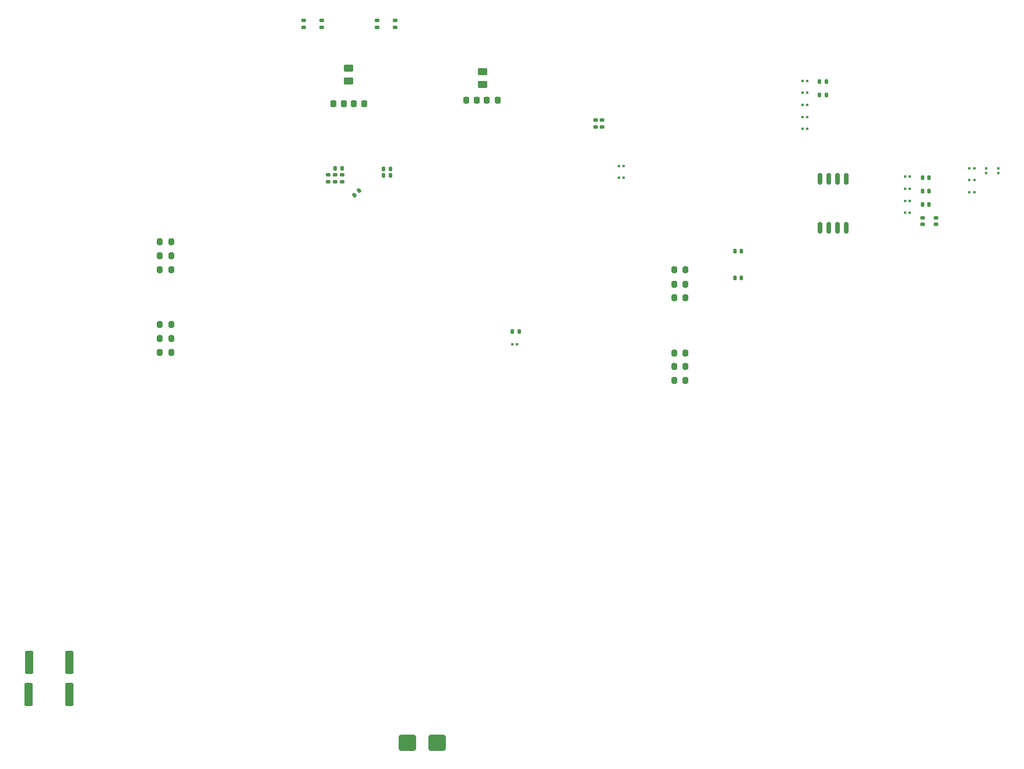
<source format=gbr>
%TF.GenerationSoftware,KiCad,Pcbnew,9.0.2-9-g92f6307ebb*%
%TF.CreationDate,2025-06-20T01:42:08+08:00*%
%TF.ProjectId,HPM5E31_ECatDualFOC,48504d35-4533-4315-9f45-436174447561,rev?*%
%TF.SameCoordinates,Original*%
%TF.FileFunction,Paste,Bot*%
%TF.FilePolarity,Positive*%
%FSLAX46Y46*%
G04 Gerber Fmt 4.6, Leading zero omitted, Abs format (unit mm)*
G04 Created by KiCad (PCBNEW 9.0.2-9-g92f6307ebb) date 2025-06-20 01:42:08*
%MOMM*%
%LPD*%
G01*
G04 APERTURE LIST*
G04 Aperture macros list*
%AMRoundRect*
0 Rectangle with rounded corners*
0 $1 Rounding radius*
0 $2 $3 $4 $5 $6 $7 $8 $9 X,Y pos of 4 corners*
0 Add a 4 corners polygon primitive as box body*
4,1,4,$2,$3,$4,$5,$6,$7,$8,$9,$2,$3,0*
0 Add four circle primitives for the rounded corners*
1,1,$1+$1,$2,$3*
1,1,$1+$1,$4,$5*
1,1,$1+$1,$6,$7*
1,1,$1+$1,$8,$9*
0 Add four rect primitives between the rounded corners*
20,1,$1+$1,$2,$3,$4,$5,0*
20,1,$1+$1,$4,$5,$6,$7,0*
20,1,$1+$1,$6,$7,$8,$9,0*
20,1,$1+$1,$8,$9,$2,$3,0*%
G04 Aperture macros list end*
%ADD10RoundRect,0.079500X-0.079500X-0.100500X0.079500X-0.100500X0.079500X0.100500X-0.079500X0.100500X0*%
%ADD11RoundRect,0.225000X0.225000X0.250000X-0.225000X0.250000X-0.225000X-0.250000X0.225000X-0.250000X0*%
%ADD12RoundRect,0.162500X-0.162500X0.650000X-0.162500X-0.650000X0.162500X-0.650000X0.162500X0.650000X0*%
%ADD13RoundRect,0.079500X0.079500X0.100500X-0.079500X0.100500X-0.079500X-0.100500X0.079500X-0.100500X0*%
%ADD14RoundRect,0.135000X-0.185000X0.135000X-0.185000X-0.135000X0.185000X-0.135000X0.185000X0.135000X0*%
%ADD15RoundRect,0.200000X-0.200000X-0.275000X0.200000X-0.275000X0.200000X0.275000X-0.200000X0.275000X0*%
%ADD16RoundRect,0.135000X0.185000X-0.135000X0.185000X0.135000X-0.185000X0.135000X-0.185000X-0.135000X0*%
%ADD17RoundRect,0.250000X-0.362500X-1.425000X0.362500X-1.425000X0.362500X1.425000X-0.362500X1.425000X0*%
%ADD18RoundRect,0.200000X0.200000X0.275000X-0.200000X0.275000X-0.200000X-0.275000X0.200000X-0.275000X0*%
%ADD19RoundRect,0.140000X-0.140000X-0.170000X0.140000X-0.170000X0.140000X0.170000X-0.140000X0.170000X0*%
%ADD20RoundRect,0.147500X-0.172500X0.147500X-0.172500X-0.147500X0.172500X-0.147500X0.172500X0.147500X0*%
%ADD21RoundRect,0.079500X-0.100500X0.079500X-0.100500X-0.079500X0.100500X-0.079500X0.100500X0.079500X0*%
%ADD22RoundRect,0.140000X-0.170000X0.140000X-0.170000X-0.140000X0.170000X-0.140000X0.170000X0.140000X0*%
%ADD23RoundRect,0.140000X0.021213X-0.219203X0.219203X-0.021213X-0.021213X0.219203X-0.219203X0.021213X0*%
%ADD24RoundRect,0.140000X0.140000X0.170000X-0.140000X0.170000X-0.140000X-0.170000X0.140000X-0.170000X0*%
%ADD25RoundRect,0.140000X0.170000X-0.140000X0.170000X0.140000X-0.170000X0.140000X-0.170000X-0.140000X0*%
%ADD26RoundRect,0.225000X-0.225000X-0.250000X0.225000X-0.250000X0.225000X0.250000X-0.225000X0.250000X0*%
%ADD27RoundRect,0.147500X-0.147500X-0.172500X0.147500X-0.172500X0.147500X0.172500X-0.147500X0.172500X0*%
%ADD28RoundRect,0.250000X1.000000X0.900000X-1.000000X0.900000X-1.000000X-0.900000X1.000000X-0.900000X0*%
%ADD29RoundRect,0.250000X-0.450000X0.262500X-0.450000X-0.262500X0.450000X-0.262500X0.450000X0.262500X0*%
%ADD30RoundRect,0.079500X0.100500X-0.079500X0.100500X0.079500X-0.100500X0.079500X-0.100500X-0.079500X0*%
G04 APERTURE END LIST*
D10*
%TO.C,C10*%
X132860000Y-89250000D03*
X133550000Y-89250000D03*
%TD*%
D11*
%TO.C,C123*%
X92940000Y-78450000D03*
X91390000Y-78450000D03*
%TD*%
D10*
%TO.C,C5*%
X159500000Y-82150000D03*
X160190000Y-82150000D03*
%TD*%
D12*
%TO.C,U9*%
X162095000Y-89362500D03*
X163365000Y-89362500D03*
X164635000Y-89362500D03*
X165905000Y-89362500D03*
X165905000Y-96537500D03*
X164635000Y-96537500D03*
X163365000Y-96537500D03*
X162095000Y-96537500D03*
%TD*%
D13*
%TO.C,C4*%
X160190000Y-80400000D03*
X159500000Y-80400000D03*
%TD*%
D10*
%TO.C,C18*%
X174425000Y-92580000D03*
X175115000Y-92580000D03*
%TD*%
D14*
%TO.C,R9*%
X129450000Y-80840000D03*
X129450000Y-81860000D03*
%TD*%
D15*
%TO.C,R79*%
X66175000Y-102580000D03*
X67825000Y-102580000D03*
%TD*%
D16*
%TO.C,R99*%
X97740000Y-67360000D03*
X97740000Y-66340000D03*
%TD*%
D17*
%TO.C,R57*%
X47100000Y-164300000D03*
X53025000Y-164300000D03*
%TD*%
D18*
%TO.C,R86*%
X142512500Y-118678400D03*
X140862500Y-118678400D03*
%TD*%
D13*
%TO.C,C3*%
X160190000Y-78650000D03*
X159500000Y-78650000D03*
%TD*%
D15*
%TO.C,R80*%
X66175000Y-110580000D03*
X67825000Y-110580000D03*
%TD*%
D10*
%TO.C,C26*%
X183785000Y-89600000D03*
X184475000Y-89600000D03*
%TD*%
D18*
%TO.C,R91*%
X142512500Y-102628400D03*
X140862500Y-102628400D03*
%TD*%
D19*
%TO.C,C120*%
X98690000Y-87950000D03*
X99650000Y-87950000D03*
%TD*%
D20*
%TO.C,FB4*%
X91650000Y-88815000D03*
X91650000Y-89785000D03*
%TD*%
D21*
%TO.C,C24*%
X187980000Y-87855000D03*
X187980000Y-88545000D03*
%TD*%
D22*
%TO.C,C15*%
X176980000Y-95070000D03*
X176980000Y-96030000D03*
%TD*%
D19*
%TO.C,C20*%
X176950000Y-93130000D03*
X177910000Y-93130000D03*
%TD*%
D15*
%TO.C,R81*%
X66175000Y-112580000D03*
X67825000Y-112580000D03*
%TD*%
D10*
%TO.C,C12*%
X132860000Y-87500000D03*
X133550000Y-87500000D03*
%TD*%
D19*
%TO.C,C11*%
X149680000Y-103810000D03*
X150640000Y-103810000D03*
%TD*%
D22*
%TO.C,C114*%
X92650000Y-88820000D03*
X92650000Y-89780000D03*
%TD*%
%TO.C,C19*%
X178950000Y-95070000D03*
X178950000Y-96030000D03*
%TD*%
D11*
%TO.C,C133*%
X112215000Y-77950000D03*
X110665000Y-77950000D03*
%TD*%
D23*
%TO.C,C116*%
X94460589Y-91739411D03*
X95139411Y-91060589D03*
%TD*%
D13*
%TO.C,C27*%
X184475000Y-91350000D03*
X183785000Y-91350000D03*
%TD*%
D24*
%TO.C,C115*%
X92622500Y-87846250D03*
X91662500Y-87846250D03*
%TD*%
D25*
%TO.C,C22*%
X130440000Y-81840000D03*
X130440000Y-80880000D03*
%TD*%
D16*
%TO.C,R96*%
X87040000Y-67360000D03*
X87040000Y-66340000D03*
%TD*%
D17*
%TO.C,R39*%
X47137500Y-159700000D03*
X53062500Y-159700000D03*
%TD*%
D26*
%TO.C,C118*%
X94340000Y-78450000D03*
X95890000Y-78450000D03*
%TD*%
D13*
%TO.C,C2*%
X160190000Y-76900000D03*
X159500000Y-76900000D03*
%TD*%
D15*
%TO.C,R82*%
X66175000Y-114630000D03*
X67825000Y-114630000D03*
%TD*%
D13*
%TO.C,C8*%
X118015000Y-113460000D03*
X117325000Y-113460000D03*
%TD*%
D27*
%TO.C,FB1*%
X149695000Y-99860000D03*
X150665000Y-99860000D03*
%TD*%
D28*
%TO.C,D3*%
X106450000Y-171350000D03*
X102150000Y-171350000D03*
%TD*%
D18*
%TO.C,R87*%
X142512500Y-116678400D03*
X140862500Y-116678400D03*
%TD*%
D10*
%TO.C,C16*%
X174425000Y-90830000D03*
X175115000Y-90830000D03*
%TD*%
D25*
%TO.C,C117*%
X90650000Y-89780000D03*
X90650000Y-88820000D03*
%TD*%
D18*
%TO.C,R89*%
X142512500Y-106678400D03*
X140862500Y-106678400D03*
%TD*%
D19*
%TO.C,C119*%
X98690000Y-88915000D03*
X99650000Y-88915000D03*
%TD*%
D29*
%TO.C,R101*%
X93540000Y-73337500D03*
X93540000Y-75162500D03*
%TD*%
D16*
%TO.C,R98*%
X100340000Y-67360000D03*
X100340000Y-66340000D03*
%TD*%
D10*
%TO.C,C21*%
X174425000Y-94330000D03*
X175115000Y-94330000D03*
%TD*%
D26*
%TO.C,C128*%
X113665000Y-77950000D03*
X115215000Y-77950000D03*
%TD*%
D24*
%TO.C,C13*%
X177910000Y-89190000D03*
X176950000Y-89190000D03*
%TD*%
D15*
%TO.C,R77*%
X66175000Y-98580000D03*
X67825000Y-98580000D03*
%TD*%
D18*
%TO.C,R88*%
X142512500Y-114678400D03*
X140862500Y-114678400D03*
%TD*%
D29*
%TO.C,R112*%
X113040000Y-73837500D03*
X113040000Y-75662500D03*
%TD*%
D10*
%TO.C,C1*%
X159500000Y-75150000D03*
X160190000Y-75150000D03*
%TD*%
D19*
%TO.C,C17*%
X176950000Y-91160000D03*
X177910000Y-91160000D03*
%TD*%
%TO.C,C9*%
X117400000Y-111600000D03*
X118360000Y-111600000D03*
%TD*%
D10*
%TO.C,C14*%
X174425000Y-89080000D03*
X175115000Y-89080000D03*
%TD*%
D30*
%TO.C,C23*%
X186230000Y-88545000D03*
X186230000Y-87855000D03*
%TD*%
D19*
%TO.C,C6*%
X162025000Y-75260000D03*
X162985000Y-75260000D03*
%TD*%
D15*
%TO.C,R78*%
X66175000Y-100580000D03*
X67825000Y-100580000D03*
%TD*%
D18*
%TO.C,R90*%
X142512500Y-104678400D03*
X140862500Y-104678400D03*
%TD*%
D16*
%TO.C,R97*%
X89640000Y-67360000D03*
X89640000Y-66340000D03*
%TD*%
D13*
%TO.C,C25*%
X184475000Y-87850000D03*
X183785000Y-87850000D03*
%TD*%
D19*
%TO.C,C7*%
X162025000Y-77230000D03*
X162985000Y-77230000D03*
%TD*%
M02*

</source>
